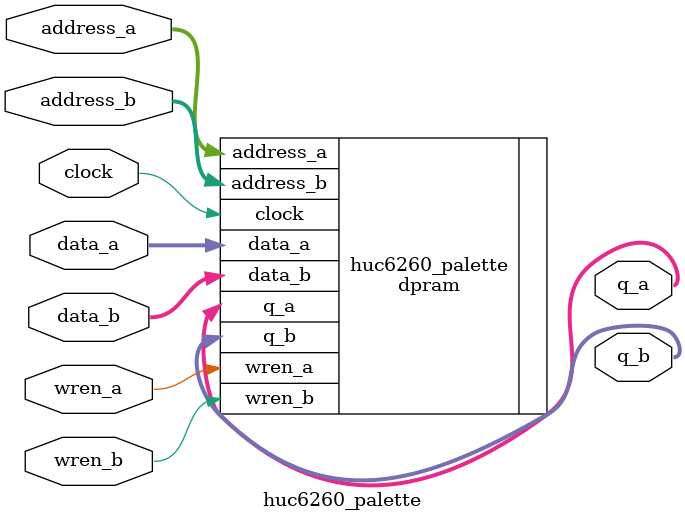
<source format=v>
module huc6260_palette #(parameter addr_width=8, data_width=8)
(
	input	                 clock,

	input	 [addr_width-1:0] address_a,
	input	 [data_width-1:0] data_a,
	input	                 wren_a,
	output [data_width-1:0] q_a,

	input	 [addr_width-1:0] address_b,
	input	 [data_width-1:0] data_b,
	input	                 wren_b,
	output [data_width-1:0] q_b
);

	dpram #(.addr_width(addr_width), .data_width(data_width), .mem_init_file("huc6260_palette_init.hex")) huc6260_palette(
		.clock(clock),
		.address_a(address_a),
		.data_a(data_a),
		.wren_a(wren_a),
		.q_a(q_a),
		.address_b(address_b),
		.data_b(data_b),
		.wren_b(wren_b),
		.q_b(q_b)
	);

endmodule


</source>
